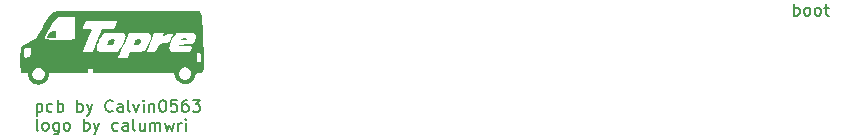
<source format=gbr>
%TF.GenerationSoftware,KiCad,Pcbnew,8.0.5*%
%TF.CreationDate,2024-09-10T11:52:54+02:00*%
%TF.ProjectId,plate,706c6174-652e-46b6-9963-61645f706362,rev?*%
%TF.SameCoordinates,Original*%
%TF.FileFunction,Legend,Top*%
%TF.FilePolarity,Positive*%
%FSLAX46Y46*%
G04 Gerber Fmt 4.6, Leading zero omitted, Abs format (unit mm)*
G04 Created by KiCad (PCBNEW 8.0.5) date 2024-09-10 11:52:54*
%MOMM*%
%LPD*%
G01*
G04 APERTURE LIST*
%ADD10C,0.200000*%
%ADD11C,0.150000*%
%ADD12C,0.000000*%
G04 APERTURE END LIST*
D10*
X117987530Y-94323469D02*
X117892292Y-94275850D01*
X117892292Y-94275850D02*
X117844673Y-94180611D01*
X117844673Y-94180611D02*
X117844673Y-93323469D01*
X118511340Y-94323469D02*
X118416102Y-94275850D01*
X118416102Y-94275850D02*
X118368483Y-94228230D01*
X118368483Y-94228230D02*
X118320864Y-94132992D01*
X118320864Y-94132992D02*
X118320864Y-93847278D01*
X118320864Y-93847278D02*
X118368483Y-93752040D01*
X118368483Y-93752040D02*
X118416102Y-93704421D01*
X118416102Y-93704421D02*
X118511340Y-93656802D01*
X118511340Y-93656802D02*
X118654197Y-93656802D01*
X118654197Y-93656802D02*
X118749435Y-93704421D01*
X118749435Y-93704421D02*
X118797054Y-93752040D01*
X118797054Y-93752040D02*
X118844673Y-93847278D01*
X118844673Y-93847278D02*
X118844673Y-94132992D01*
X118844673Y-94132992D02*
X118797054Y-94228230D01*
X118797054Y-94228230D02*
X118749435Y-94275850D01*
X118749435Y-94275850D02*
X118654197Y-94323469D01*
X118654197Y-94323469D02*
X118511340Y-94323469D01*
X119701816Y-93656802D02*
X119701816Y-94466326D01*
X119701816Y-94466326D02*
X119654197Y-94561564D01*
X119654197Y-94561564D02*
X119606578Y-94609183D01*
X119606578Y-94609183D02*
X119511340Y-94656802D01*
X119511340Y-94656802D02*
X119368483Y-94656802D01*
X119368483Y-94656802D02*
X119273245Y-94609183D01*
X119701816Y-94275850D02*
X119606578Y-94323469D01*
X119606578Y-94323469D02*
X119416102Y-94323469D01*
X119416102Y-94323469D02*
X119320864Y-94275850D01*
X119320864Y-94275850D02*
X119273245Y-94228230D01*
X119273245Y-94228230D02*
X119225626Y-94132992D01*
X119225626Y-94132992D02*
X119225626Y-93847278D01*
X119225626Y-93847278D02*
X119273245Y-93752040D01*
X119273245Y-93752040D02*
X119320864Y-93704421D01*
X119320864Y-93704421D02*
X119416102Y-93656802D01*
X119416102Y-93656802D02*
X119606578Y-93656802D01*
X119606578Y-93656802D02*
X119701816Y-93704421D01*
X120320864Y-94323469D02*
X120225626Y-94275850D01*
X120225626Y-94275850D02*
X120178007Y-94228230D01*
X120178007Y-94228230D02*
X120130388Y-94132992D01*
X120130388Y-94132992D02*
X120130388Y-93847278D01*
X120130388Y-93847278D02*
X120178007Y-93752040D01*
X120178007Y-93752040D02*
X120225626Y-93704421D01*
X120225626Y-93704421D02*
X120320864Y-93656802D01*
X120320864Y-93656802D02*
X120463721Y-93656802D01*
X120463721Y-93656802D02*
X120558959Y-93704421D01*
X120558959Y-93704421D02*
X120606578Y-93752040D01*
X120606578Y-93752040D02*
X120654197Y-93847278D01*
X120654197Y-93847278D02*
X120654197Y-94132992D01*
X120654197Y-94132992D02*
X120606578Y-94228230D01*
X120606578Y-94228230D02*
X120558959Y-94275850D01*
X120558959Y-94275850D02*
X120463721Y-94323469D01*
X120463721Y-94323469D02*
X120320864Y-94323469D01*
X121844674Y-94323469D02*
X121844674Y-93323469D01*
X121844674Y-93704421D02*
X121939912Y-93656802D01*
X121939912Y-93656802D02*
X122130388Y-93656802D01*
X122130388Y-93656802D02*
X122225626Y-93704421D01*
X122225626Y-93704421D02*
X122273245Y-93752040D01*
X122273245Y-93752040D02*
X122320864Y-93847278D01*
X122320864Y-93847278D02*
X122320864Y-94132992D01*
X122320864Y-94132992D02*
X122273245Y-94228230D01*
X122273245Y-94228230D02*
X122225626Y-94275850D01*
X122225626Y-94275850D02*
X122130388Y-94323469D01*
X122130388Y-94323469D02*
X121939912Y-94323469D01*
X121939912Y-94323469D02*
X121844674Y-94275850D01*
X122654198Y-93656802D02*
X122892293Y-94323469D01*
X123130388Y-93656802D02*
X122892293Y-94323469D01*
X122892293Y-94323469D02*
X122797055Y-94561564D01*
X122797055Y-94561564D02*
X122749436Y-94609183D01*
X122749436Y-94609183D02*
X122654198Y-94656802D01*
X124701817Y-94275850D02*
X124606579Y-94323469D01*
X124606579Y-94323469D02*
X124416103Y-94323469D01*
X124416103Y-94323469D02*
X124320865Y-94275850D01*
X124320865Y-94275850D02*
X124273246Y-94228230D01*
X124273246Y-94228230D02*
X124225627Y-94132992D01*
X124225627Y-94132992D02*
X124225627Y-93847278D01*
X124225627Y-93847278D02*
X124273246Y-93752040D01*
X124273246Y-93752040D02*
X124320865Y-93704421D01*
X124320865Y-93704421D02*
X124416103Y-93656802D01*
X124416103Y-93656802D02*
X124606579Y-93656802D01*
X124606579Y-93656802D02*
X124701817Y-93704421D01*
X125558960Y-94323469D02*
X125558960Y-93799659D01*
X125558960Y-93799659D02*
X125511341Y-93704421D01*
X125511341Y-93704421D02*
X125416103Y-93656802D01*
X125416103Y-93656802D02*
X125225627Y-93656802D01*
X125225627Y-93656802D02*
X125130389Y-93704421D01*
X125558960Y-94275850D02*
X125463722Y-94323469D01*
X125463722Y-94323469D02*
X125225627Y-94323469D01*
X125225627Y-94323469D02*
X125130389Y-94275850D01*
X125130389Y-94275850D02*
X125082770Y-94180611D01*
X125082770Y-94180611D02*
X125082770Y-94085373D01*
X125082770Y-94085373D02*
X125130389Y-93990135D01*
X125130389Y-93990135D02*
X125225627Y-93942516D01*
X125225627Y-93942516D02*
X125463722Y-93942516D01*
X125463722Y-93942516D02*
X125558960Y-93894897D01*
X126178008Y-94323469D02*
X126082770Y-94275850D01*
X126082770Y-94275850D02*
X126035151Y-94180611D01*
X126035151Y-94180611D02*
X126035151Y-93323469D01*
X126987532Y-93656802D02*
X126987532Y-94323469D01*
X126558961Y-93656802D02*
X126558961Y-94180611D01*
X126558961Y-94180611D02*
X126606580Y-94275850D01*
X126606580Y-94275850D02*
X126701818Y-94323469D01*
X126701818Y-94323469D02*
X126844675Y-94323469D01*
X126844675Y-94323469D02*
X126939913Y-94275850D01*
X126939913Y-94275850D02*
X126987532Y-94228230D01*
X127463723Y-94323469D02*
X127463723Y-93656802D01*
X127463723Y-93752040D02*
X127511342Y-93704421D01*
X127511342Y-93704421D02*
X127606580Y-93656802D01*
X127606580Y-93656802D02*
X127749437Y-93656802D01*
X127749437Y-93656802D02*
X127844675Y-93704421D01*
X127844675Y-93704421D02*
X127892294Y-93799659D01*
X127892294Y-93799659D02*
X127892294Y-94323469D01*
X127892294Y-93799659D02*
X127939913Y-93704421D01*
X127939913Y-93704421D02*
X128035151Y-93656802D01*
X128035151Y-93656802D02*
X128178008Y-93656802D01*
X128178008Y-93656802D02*
X128273247Y-93704421D01*
X128273247Y-93704421D02*
X128320866Y-93799659D01*
X128320866Y-93799659D02*
X128320866Y-94323469D01*
X128701818Y-93656802D02*
X128892294Y-94323469D01*
X128892294Y-94323469D02*
X129082770Y-93847278D01*
X129082770Y-93847278D02*
X129273246Y-94323469D01*
X129273246Y-94323469D02*
X129463722Y-93656802D01*
X129844675Y-94323469D02*
X129844675Y-93656802D01*
X129844675Y-93847278D02*
X129892294Y-93752040D01*
X129892294Y-93752040D02*
X129939913Y-93704421D01*
X129939913Y-93704421D02*
X130035151Y-93656802D01*
X130035151Y-93656802D02*
X130130389Y-93656802D01*
X130463723Y-94323469D02*
X130463723Y-93656802D01*
X130463723Y-93323469D02*
X130416104Y-93371088D01*
X130416104Y-93371088D02*
X130463723Y-93418707D01*
X130463723Y-93418707D02*
X130511342Y-93371088D01*
X130511342Y-93371088D02*
X130463723Y-93323469D01*
X130463723Y-93323469D02*
X130463723Y-93418707D01*
D11*
X181951488Y-84592319D02*
X181951488Y-83592319D01*
X181951488Y-83973271D02*
X182046726Y-83925652D01*
X182046726Y-83925652D02*
X182237202Y-83925652D01*
X182237202Y-83925652D02*
X182332440Y-83973271D01*
X182332440Y-83973271D02*
X182380059Y-84020890D01*
X182380059Y-84020890D02*
X182427678Y-84116128D01*
X182427678Y-84116128D02*
X182427678Y-84401842D01*
X182427678Y-84401842D02*
X182380059Y-84497080D01*
X182380059Y-84497080D02*
X182332440Y-84544700D01*
X182332440Y-84544700D02*
X182237202Y-84592319D01*
X182237202Y-84592319D02*
X182046726Y-84592319D01*
X182046726Y-84592319D02*
X181951488Y-84544700D01*
X182999107Y-84592319D02*
X182903869Y-84544700D01*
X182903869Y-84544700D02*
X182856250Y-84497080D01*
X182856250Y-84497080D02*
X182808631Y-84401842D01*
X182808631Y-84401842D02*
X182808631Y-84116128D01*
X182808631Y-84116128D02*
X182856250Y-84020890D01*
X182856250Y-84020890D02*
X182903869Y-83973271D01*
X182903869Y-83973271D02*
X182999107Y-83925652D01*
X182999107Y-83925652D02*
X183141964Y-83925652D01*
X183141964Y-83925652D02*
X183237202Y-83973271D01*
X183237202Y-83973271D02*
X183284821Y-84020890D01*
X183284821Y-84020890D02*
X183332440Y-84116128D01*
X183332440Y-84116128D02*
X183332440Y-84401842D01*
X183332440Y-84401842D02*
X183284821Y-84497080D01*
X183284821Y-84497080D02*
X183237202Y-84544700D01*
X183237202Y-84544700D02*
X183141964Y-84592319D01*
X183141964Y-84592319D02*
X182999107Y-84592319D01*
X183903869Y-84592319D02*
X183808631Y-84544700D01*
X183808631Y-84544700D02*
X183761012Y-84497080D01*
X183761012Y-84497080D02*
X183713393Y-84401842D01*
X183713393Y-84401842D02*
X183713393Y-84116128D01*
X183713393Y-84116128D02*
X183761012Y-84020890D01*
X183761012Y-84020890D02*
X183808631Y-83973271D01*
X183808631Y-83973271D02*
X183903869Y-83925652D01*
X183903869Y-83925652D02*
X184046726Y-83925652D01*
X184046726Y-83925652D02*
X184141964Y-83973271D01*
X184141964Y-83973271D02*
X184189583Y-84020890D01*
X184189583Y-84020890D02*
X184237202Y-84116128D01*
X184237202Y-84116128D02*
X184237202Y-84401842D01*
X184237202Y-84401842D02*
X184189583Y-84497080D01*
X184189583Y-84497080D02*
X184141964Y-84544700D01*
X184141964Y-84544700D02*
X184046726Y-84592319D01*
X184046726Y-84592319D02*
X183903869Y-84592319D01*
X184522917Y-83925652D02*
X184903869Y-83925652D01*
X184665774Y-83592319D02*
X184665774Y-84449461D01*
X184665774Y-84449461D02*
X184713393Y-84544700D01*
X184713393Y-84544700D02*
X184808631Y-84592319D01*
X184808631Y-84592319D02*
X184903869Y-84592319D01*
D10*
X117844673Y-92069302D02*
X117844673Y-93069302D01*
X117844673Y-92116921D02*
X117939911Y-92069302D01*
X117939911Y-92069302D02*
X118130387Y-92069302D01*
X118130387Y-92069302D02*
X118225625Y-92116921D01*
X118225625Y-92116921D02*
X118273244Y-92164540D01*
X118273244Y-92164540D02*
X118320863Y-92259778D01*
X118320863Y-92259778D02*
X118320863Y-92545492D01*
X118320863Y-92545492D02*
X118273244Y-92640730D01*
X118273244Y-92640730D02*
X118225625Y-92688350D01*
X118225625Y-92688350D02*
X118130387Y-92735969D01*
X118130387Y-92735969D02*
X117939911Y-92735969D01*
X117939911Y-92735969D02*
X117844673Y-92688350D01*
X119178006Y-92688350D02*
X119082768Y-92735969D01*
X119082768Y-92735969D02*
X118892292Y-92735969D01*
X118892292Y-92735969D02*
X118797054Y-92688350D01*
X118797054Y-92688350D02*
X118749435Y-92640730D01*
X118749435Y-92640730D02*
X118701816Y-92545492D01*
X118701816Y-92545492D02*
X118701816Y-92259778D01*
X118701816Y-92259778D02*
X118749435Y-92164540D01*
X118749435Y-92164540D02*
X118797054Y-92116921D01*
X118797054Y-92116921D02*
X118892292Y-92069302D01*
X118892292Y-92069302D02*
X119082768Y-92069302D01*
X119082768Y-92069302D02*
X119178006Y-92116921D01*
X119606578Y-92735969D02*
X119606578Y-91735969D01*
X119606578Y-92116921D02*
X119701816Y-92069302D01*
X119701816Y-92069302D02*
X119892292Y-92069302D01*
X119892292Y-92069302D02*
X119987530Y-92116921D01*
X119987530Y-92116921D02*
X120035149Y-92164540D01*
X120035149Y-92164540D02*
X120082768Y-92259778D01*
X120082768Y-92259778D02*
X120082768Y-92545492D01*
X120082768Y-92545492D02*
X120035149Y-92640730D01*
X120035149Y-92640730D02*
X119987530Y-92688350D01*
X119987530Y-92688350D02*
X119892292Y-92735969D01*
X119892292Y-92735969D02*
X119701816Y-92735969D01*
X119701816Y-92735969D02*
X119606578Y-92688350D01*
X121273245Y-92735969D02*
X121273245Y-91735969D01*
X121273245Y-92116921D02*
X121368483Y-92069302D01*
X121368483Y-92069302D02*
X121558959Y-92069302D01*
X121558959Y-92069302D02*
X121654197Y-92116921D01*
X121654197Y-92116921D02*
X121701816Y-92164540D01*
X121701816Y-92164540D02*
X121749435Y-92259778D01*
X121749435Y-92259778D02*
X121749435Y-92545492D01*
X121749435Y-92545492D02*
X121701816Y-92640730D01*
X121701816Y-92640730D02*
X121654197Y-92688350D01*
X121654197Y-92688350D02*
X121558959Y-92735969D01*
X121558959Y-92735969D02*
X121368483Y-92735969D01*
X121368483Y-92735969D02*
X121273245Y-92688350D01*
X122082769Y-92069302D02*
X122320864Y-92735969D01*
X122558959Y-92069302D02*
X122320864Y-92735969D01*
X122320864Y-92735969D02*
X122225626Y-92974064D01*
X122225626Y-92974064D02*
X122178007Y-93021683D01*
X122178007Y-93021683D02*
X122082769Y-93069302D01*
X124273245Y-92640730D02*
X124225626Y-92688350D01*
X124225626Y-92688350D02*
X124082769Y-92735969D01*
X124082769Y-92735969D02*
X123987531Y-92735969D01*
X123987531Y-92735969D02*
X123844674Y-92688350D01*
X123844674Y-92688350D02*
X123749436Y-92593111D01*
X123749436Y-92593111D02*
X123701817Y-92497873D01*
X123701817Y-92497873D02*
X123654198Y-92307397D01*
X123654198Y-92307397D02*
X123654198Y-92164540D01*
X123654198Y-92164540D02*
X123701817Y-91974064D01*
X123701817Y-91974064D02*
X123749436Y-91878826D01*
X123749436Y-91878826D02*
X123844674Y-91783588D01*
X123844674Y-91783588D02*
X123987531Y-91735969D01*
X123987531Y-91735969D02*
X124082769Y-91735969D01*
X124082769Y-91735969D02*
X124225626Y-91783588D01*
X124225626Y-91783588D02*
X124273245Y-91831207D01*
X125130388Y-92735969D02*
X125130388Y-92212159D01*
X125130388Y-92212159D02*
X125082769Y-92116921D01*
X125082769Y-92116921D02*
X124987531Y-92069302D01*
X124987531Y-92069302D02*
X124797055Y-92069302D01*
X124797055Y-92069302D02*
X124701817Y-92116921D01*
X125130388Y-92688350D02*
X125035150Y-92735969D01*
X125035150Y-92735969D02*
X124797055Y-92735969D01*
X124797055Y-92735969D02*
X124701817Y-92688350D01*
X124701817Y-92688350D02*
X124654198Y-92593111D01*
X124654198Y-92593111D02*
X124654198Y-92497873D01*
X124654198Y-92497873D02*
X124701817Y-92402635D01*
X124701817Y-92402635D02*
X124797055Y-92355016D01*
X124797055Y-92355016D02*
X125035150Y-92355016D01*
X125035150Y-92355016D02*
X125130388Y-92307397D01*
X125749436Y-92735969D02*
X125654198Y-92688350D01*
X125654198Y-92688350D02*
X125606579Y-92593111D01*
X125606579Y-92593111D02*
X125606579Y-91735969D01*
X126035151Y-92069302D02*
X126273246Y-92735969D01*
X126273246Y-92735969D02*
X126511341Y-92069302D01*
X126892294Y-92735969D02*
X126892294Y-92069302D01*
X126892294Y-91735969D02*
X126844675Y-91783588D01*
X126844675Y-91783588D02*
X126892294Y-91831207D01*
X126892294Y-91831207D02*
X126939913Y-91783588D01*
X126939913Y-91783588D02*
X126892294Y-91735969D01*
X126892294Y-91735969D02*
X126892294Y-91831207D01*
X127368484Y-92069302D02*
X127368484Y-92735969D01*
X127368484Y-92164540D02*
X127416103Y-92116921D01*
X127416103Y-92116921D02*
X127511341Y-92069302D01*
X127511341Y-92069302D02*
X127654198Y-92069302D01*
X127654198Y-92069302D02*
X127749436Y-92116921D01*
X127749436Y-92116921D02*
X127797055Y-92212159D01*
X127797055Y-92212159D02*
X127797055Y-92735969D01*
X128463722Y-91735969D02*
X128558960Y-91735969D01*
X128558960Y-91735969D02*
X128654198Y-91783588D01*
X128654198Y-91783588D02*
X128701817Y-91831207D01*
X128701817Y-91831207D02*
X128749436Y-91926445D01*
X128749436Y-91926445D02*
X128797055Y-92116921D01*
X128797055Y-92116921D02*
X128797055Y-92355016D01*
X128797055Y-92355016D02*
X128749436Y-92545492D01*
X128749436Y-92545492D02*
X128701817Y-92640730D01*
X128701817Y-92640730D02*
X128654198Y-92688350D01*
X128654198Y-92688350D02*
X128558960Y-92735969D01*
X128558960Y-92735969D02*
X128463722Y-92735969D01*
X128463722Y-92735969D02*
X128368484Y-92688350D01*
X128368484Y-92688350D02*
X128320865Y-92640730D01*
X128320865Y-92640730D02*
X128273246Y-92545492D01*
X128273246Y-92545492D02*
X128225627Y-92355016D01*
X128225627Y-92355016D02*
X128225627Y-92116921D01*
X128225627Y-92116921D02*
X128273246Y-91926445D01*
X128273246Y-91926445D02*
X128320865Y-91831207D01*
X128320865Y-91831207D02*
X128368484Y-91783588D01*
X128368484Y-91783588D02*
X128463722Y-91735969D01*
X129701817Y-91735969D02*
X129225627Y-91735969D01*
X129225627Y-91735969D02*
X129178008Y-92212159D01*
X129178008Y-92212159D02*
X129225627Y-92164540D01*
X129225627Y-92164540D02*
X129320865Y-92116921D01*
X129320865Y-92116921D02*
X129558960Y-92116921D01*
X129558960Y-92116921D02*
X129654198Y-92164540D01*
X129654198Y-92164540D02*
X129701817Y-92212159D01*
X129701817Y-92212159D02*
X129749436Y-92307397D01*
X129749436Y-92307397D02*
X129749436Y-92545492D01*
X129749436Y-92545492D02*
X129701817Y-92640730D01*
X129701817Y-92640730D02*
X129654198Y-92688350D01*
X129654198Y-92688350D02*
X129558960Y-92735969D01*
X129558960Y-92735969D02*
X129320865Y-92735969D01*
X129320865Y-92735969D02*
X129225627Y-92688350D01*
X129225627Y-92688350D02*
X129178008Y-92640730D01*
X130606579Y-91735969D02*
X130416103Y-91735969D01*
X130416103Y-91735969D02*
X130320865Y-91783588D01*
X130320865Y-91783588D02*
X130273246Y-91831207D01*
X130273246Y-91831207D02*
X130178008Y-91974064D01*
X130178008Y-91974064D02*
X130130389Y-92164540D01*
X130130389Y-92164540D02*
X130130389Y-92545492D01*
X130130389Y-92545492D02*
X130178008Y-92640730D01*
X130178008Y-92640730D02*
X130225627Y-92688350D01*
X130225627Y-92688350D02*
X130320865Y-92735969D01*
X130320865Y-92735969D02*
X130511341Y-92735969D01*
X130511341Y-92735969D02*
X130606579Y-92688350D01*
X130606579Y-92688350D02*
X130654198Y-92640730D01*
X130654198Y-92640730D02*
X130701817Y-92545492D01*
X130701817Y-92545492D02*
X130701817Y-92307397D01*
X130701817Y-92307397D02*
X130654198Y-92212159D01*
X130654198Y-92212159D02*
X130606579Y-92164540D01*
X130606579Y-92164540D02*
X130511341Y-92116921D01*
X130511341Y-92116921D02*
X130320865Y-92116921D01*
X130320865Y-92116921D02*
X130225627Y-92164540D01*
X130225627Y-92164540D02*
X130178008Y-92212159D01*
X130178008Y-92212159D02*
X130130389Y-92307397D01*
X131035151Y-91735969D02*
X131654198Y-91735969D01*
X131654198Y-91735969D02*
X131320865Y-92116921D01*
X131320865Y-92116921D02*
X131463722Y-92116921D01*
X131463722Y-92116921D02*
X131558960Y-92164540D01*
X131558960Y-92164540D02*
X131606579Y-92212159D01*
X131606579Y-92212159D02*
X131654198Y-92307397D01*
X131654198Y-92307397D02*
X131654198Y-92545492D01*
X131654198Y-92545492D02*
X131606579Y-92640730D01*
X131606579Y-92640730D02*
X131558960Y-92688350D01*
X131558960Y-92688350D02*
X131463722Y-92735969D01*
X131463722Y-92735969D02*
X131178008Y-92735969D01*
X131178008Y-92735969D02*
X131082770Y-92688350D01*
X131082770Y-92688350D02*
X131035151Y-92640730D01*
D12*
%TO.C,G\u002A\u002A\u002A*%
G36*
X130463209Y-86522348D02*
G01*
X130544190Y-86548802D01*
X130560081Y-86587032D01*
X130513033Y-86627121D01*
X130417191Y-86657346D01*
X130295857Y-86669798D01*
X130179407Y-86664489D01*
X130098218Y-86641433D01*
X130082236Y-86626948D01*
X130082945Y-86572478D01*
X130152105Y-86532969D01*
X130278768Y-86513585D01*
X130325000Y-86512465D01*
X130463209Y-86522348D01*
G37*
G36*
X119496682Y-86180718D02*
G01*
X119485000Y-86491207D01*
X119118158Y-86502684D01*
X118944136Y-86506693D01*
X118833798Y-86503623D01*
X118770940Y-86490660D01*
X118739361Y-86464989D01*
X118726097Y-86434576D01*
X118728606Y-86331516D01*
X118779630Y-86206178D01*
X118866222Y-86087575D01*
X118892368Y-86061962D01*
X119026219Y-85973832D01*
X119196058Y-85904686D01*
X119359036Y-85871188D01*
X119385397Y-85870229D01*
X119508365Y-85870229D01*
X119496682Y-86180718D01*
G37*
G36*
X124388067Y-86599845D02*
G01*
X124444263Y-86630234D01*
X124442919Y-86685939D01*
X124413924Y-86787837D01*
X124381698Y-86870613D01*
X124295148Y-87072122D01*
X124060074Y-87072122D01*
X123921121Y-87067033D01*
X123847496Y-87049428D01*
X123825034Y-87015800D01*
X123825000Y-87013912D01*
X123846212Y-86914811D01*
X123898607Y-86790246D01*
X123965325Y-86678822D01*
X123978933Y-86661475D01*
X124048602Y-86621641D01*
X124159919Y-86596755D01*
X124283027Y-86588822D01*
X124388067Y-86599845D01*
G37*
G36*
X126628067Y-86599845D02*
G01*
X126684263Y-86630234D01*
X126682919Y-86685939D01*
X126653924Y-86787837D01*
X126621698Y-86870613D01*
X126535148Y-87072122D01*
X126300074Y-87072122D01*
X126161121Y-87067033D01*
X126087496Y-87049428D01*
X126065034Y-87015800D01*
X126065000Y-87013912D01*
X126086212Y-86914811D01*
X126138607Y-86790246D01*
X126205325Y-86678822D01*
X126218933Y-86661475D01*
X126288602Y-86621641D01*
X126399919Y-86596755D01*
X126523027Y-86588822D01*
X126628067Y-86599845D01*
G37*
G36*
X127125963Y-84188375D02*
G01*
X127790931Y-84188524D01*
X128387282Y-84188860D01*
X128918811Y-84189429D01*
X129389313Y-84190275D01*
X129802582Y-84191443D01*
X130162412Y-84192978D01*
X130472598Y-84194927D01*
X130736934Y-84197332D01*
X130959216Y-84200241D01*
X131143237Y-84203697D01*
X131292791Y-84207745D01*
X131411674Y-84212431D01*
X131503680Y-84217800D01*
X131572603Y-84223897D01*
X131622238Y-84230767D01*
X131656379Y-84238455D01*
X131678821Y-84247005D01*
X131693359Y-84256464D01*
X131698456Y-84261151D01*
X131742872Y-84332258D01*
X131782730Y-84454087D01*
X131818308Y-84629990D01*
X131849886Y-84863318D01*
X131877743Y-85157424D01*
X131902158Y-85515659D01*
X131923411Y-85941376D01*
X131941780Y-86437925D01*
X131957544Y-87008658D01*
X131968012Y-87497032D01*
X131973704Y-87838266D01*
X131977450Y-88161298D01*
X131979251Y-88455606D01*
X131979109Y-88710664D01*
X131977025Y-88915948D01*
X131972999Y-89060934D01*
X131967840Y-89130363D01*
X131929027Y-89273244D01*
X131854156Y-89369212D01*
X131729275Y-89428850D01*
X131540437Y-89462746D01*
X131528098Y-89464055D01*
X131392863Y-89484217D01*
X131323232Y-89512723D01*
X131304776Y-89551622D01*
X131266418Y-89767860D01*
X131162342Y-89969099D01*
X131006765Y-90143581D01*
X130813902Y-90279547D01*
X130597972Y-90365239D01*
X130373189Y-90388898D01*
X130301525Y-90381417D01*
X130036632Y-90304044D01*
X129823455Y-90165613D01*
X129663124Y-89967141D01*
X129557418Y-89711993D01*
X129491883Y-89475907D01*
X126082354Y-89475907D01*
X122672826Y-89475907D01*
X122669061Y-89465090D01*
X129888509Y-89465090D01*
X129909437Y-89647654D01*
X129980850Y-89790794D01*
X130125661Y-89936800D01*
X130296190Y-90015465D01*
X130477866Y-90023200D01*
X130655365Y-89956881D01*
X130813133Y-89822215D01*
X130909157Y-89656809D01*
X130938179Y-89476173D01*
X130894942Y-89295814D01*
X130885799Y-89277140D01*
X130764028Y-89114723D01*
X130605273Y-89010361D01*
X130426140Y-88970442D01*
X130243235Y-89001356D01*
X130208101Y-89016393D01*
X130042743Y-89132754D01*
X129934578Y-89287888D01*
X129888509Y-89465090D01*
X122669061Y-89465090D01*
X122628913Y-89349739D01*
X122597800Y-89237751D01*
X122585000Y-89147229D01*
X122574391Y-89101369D01*
X122529268Y-89081556D01*
X122429688Y-89081060D01*
X122395000Y-89083097D01*
X122280065Y-89093859D01*
X122222373Y-89118046D01*
X122199245Y-89172647D01*
X122191731Y-89235368D01*
X122171333Y-89344814D01*
X122139628Y-89422022D01*
X122136834Y-89425667D01*
X122107746Y-89438966D01*
X122040592Y-89449889D01*
X121929373Y-89458622D01*
X121768086Y-89465349D01*
X121550732Y-89470256D01*
X121271310Y-89473528D01*
X120923820Y-89475350D01*
X120508105Y-89475907D01*
X118921006Y-89475907D01*
X118872896Y-89709199D01*
X118787133Y-89950333D01*
X118645349Y-90150681D01*
X118460405Y-90303441D01*
X118245160Y-90401811D01*
X118012478Y-90438990D01*
X117775217Y-90408175D01*
X117645000Y-90358613D01*
X117530170Y-90298484D01*
X117438446Y-90242247D01*
X117420137Y-90228634D01*
X117299104Y-90093587D01*
X117196127Y-89914044D01*
X117130365Y-89725624D01*
X117120638Y-89671801D01*
X117098409Y-89503963D01*
X117472793Y-89503963D01*
X117482281Y-89660666D01*
X117535000Y-89787785D01*
X117664050Y-89949403D01*
X117838434Y-90047776D01*
X118019705Y-90076589D01*
X118135922Y-90067510D01*
X118226239Y-90029284D01*
X118324714Y-89946070D01*
X118346388Y-89924637D01*
X118479263Y-89752380D01*
X118532949Y-89579237D01*
X118508210Y-89401659D01*
X118475409Y-89326422D01*
X118354652Y-89167220D01*
X118199423Y-89068054D01*
X118026197Y-89028846D01*
X117851445Y-89049518D01*
X117691641Y-89129990D01*
X117563257Y-89270185D01*
X117529931Y-89330936D01*
X117472793Y-89503963D01*
X117098409Y-89503963D01*
X117094693Y-89475907D01*
X116897217Y-89475907D01*
X116725610Y-89464033D01*
X116612115Y-89420974D01*
X116537382Y-89335575D01*
X116498203Y-89245852D01*
X116477841Y-89143903D01*
X116462545Y-88977982D01*
X116452482Y-88764091D01*
X116447817Y-88518233D01*
X116448718Y-88256411D01*
X116451317Y-88153825D01*
X124747286Y-88153825D01*
X125140680Y-88153825D01*
X125534074Y-88153825D01*
X125609493Y-87985505D01*
X131407123Y-87985505D01*
X131407593Y-88055199D01*
X131418878Y-88263849D01*
X131451169Y-88402971D01*
X131508989Y-88481446D01*
X131596864Y-88508154D01*
X131637657Y-88506717D01*
X131765000Y-88494361D01*
X131765000Y-88138160D01*
X131758968Y-87934789D01*
X131737150Y-87801830D01*
X131693956Y-87730223D01*
X131623799Y-87710907D01*
X131521090Y-87734821D01*
X131517110Y-87736232D01*
X131458347Y-87761510D01*
X131425042Y-87798046D01*
X131410274Y-87865992D01*
X131407123Y-87985505D01*
X125609493Y-87985505D01*
X125641780Y-87913447D01*
X125749486Y-87673068D01*
X126197243Y-87672845D01*
X126463974Y-87667853D01*
X126665434Y-87651027D01*
X126772485Y-87628334D01*
X127151507Y-87628334D01*
X127167561Y-87652777D01*
X127219714Y-87666176D01*
X127322045Y-87671836D01*
X127488629Y-87673062D01*
X127513249Y-87673068D01*
X127890829Y-87673068D01*
X128023049Y-87390817D01*
X128042369Y-87354835D01*
X129051666Y-87354835D01*
X129086091Y-87490665D01*
X129175417Y-87597572D01*
X129279177Y-87645779D01*
X129345845Y-87651091D01*
X129477796Y-87655171D01*
X129660315Y-87657795D01*
X129878690Y-87658739D01*
X130084501Y-87658032D01*
X130804002Y-87653036D01*
X130892140Y-87472753D01*
X130950126Y-87351732D01*
X130980779Y-87265791D01*
X130975289Y-87208928D01*
X130924848Y-87175143D01*
X130820647Y-87158435D01*
X130653878Y-87152804D01*
X130421666Y-87152248D01*
X130189241Y-87150594D01*
X130027675Y-87145079D01*
X129927884Y-87134871D01*
X129880782Y-87119137D01*
X129874880Y-87102169D01*
X129913365Y-87077957D01*
X130014903Y-87058579D01*
X130185264Y-87043280D01*
X130410257Y-87032059D01*
X130659681Y-87019348D01*
X130843467Y-86999307D01*
X130975969Y-86965828D01*
X131071540Y-86912805D01*
X131144533Y-86834129D01*
X131209302Y-86723694D01*
X131229213Y-86683583D01*
X131303826Y-86480606D01*
X131321217Y-86304522D01*
X131281377Y-86166502D01*
X131229659Y-86106330D01*
X131186746Y-86077749D01*
X131130900Y-86057319D01*
X131049019Y-86043709D01*
X130927998Y-86035589D01*
X130754736Y-86031627D01*
X130516128Y-86030491D01*
X130483172Y-86030481D01*
X130212225Y-86031882D01*
X130008113Y-86037680D01*
X129857700Y-86050272D01*
X129747847Y-86072052D01*
X129665414Y-86105416D01*
X129597264Y-86152759D01*
X129544984Y-86201519D01*
X129486550Y-86283232D01*
X129411108Y-86421022D01*
X129326723Y-86596027D01*
X129241464Y-86789386D01*
X129163399Y-86982239D01*
X129100594Y-87155725D01*
X129061118Y-87290983D01*
X129051666Y-87354835D01*
X128042369Y-87354835D01*
X128112087Y-87224994D01*
X128211026Y-87102658D01*
X128336323Y-87012849D01*
X128504442Y-86944607D01*
X128731843Y-86886972D01*
X128801263Y-86872660D01*
X129117526Y-86809456D01*
X129251263Y-86491001D01*
X129311838Y-86343227D01*
X129358108Y-86223630D01*
X129382793Y-86151302D01*
X129385000Y-86140197D01*
X129349897Y-86122270D01*
X129257267Y-86124412D01*
X129126121Y-86143388D01*
X128975473Y-86175963D01*
X128824338Y-86218903D01*
X128735000Y-86250777D01*
X128599829Y-86299597D01*
X128528646Y-86308609D01*
X128513461Y-86272989D01*
X128546289Y-86187910D01*
X128566027Y-86148681D01*
X128627054Y-86030481D01*
X128216027Y-86031232D01*
X127805000Y-86031983D01*
X127492142Y-86768999D01*
X127394885Y-86999679D01*
X127307713Y-87209394D01*
X127235825Y-87385401D01*
X127184417Y-87514959D01*
X127158686Y-87585327D01*
X127157477Y-87589542D01*
X127151507Y-87628334D01*
X126772485Y-87628334D01*
X126815885Y-87619134D01*
X126929594Y-87568939D01*
X127020826Y-87497211D01*
X127034765Y-87483022D01*
X127092252Y-87401487D01*
X127167558Y-87265361D01*
X127252668Y-87092823D01*
X127339569Y-86902053D01*
X127420246Y-86711228D01*
X127486687Y-86538529D01*
X127530877Y-86402135D01*
X127545000Y-86325580D01*
X127517424Y-86229973D01*
X127450597Y-86132708D01*
X127446019Y-86128018D01*
X127347039Y-86028882D01*
X126498057Y-86039697D01*
X125649075Y-86050513D01*
X125297085Y-86871806D01*
X125187856Y-87126650D01*
X125082959Y-87371353D01*
X124988704Y-87591197D01*
X124911401Y-87771466D01*
X124857359Y-87897443D01*
X124846191Y-87923462D01*
X124747286Y-88153825D01*
X116451317Y-88153825D01*
X116455349Y-87994628D01*
X116467879Y-87748888D01*
X116476647Y-87640835D01*
X116738615Y-87640835D01*
X116740134Y-87796131D01*
X116753699Y-87941181D01*
X116779115Y-88053654D01*
X116815000Y-88110553D01*
X116954970Y-88150289D01*
X117098702Y-88111215D01*
X117160404Y-88070161D01*
X117256330Y-87973124D01*
X117325799Y-87871836D01*
X117364716Y-87754356D01*
X117382337Y-87613142D01*
X117378000Y-87478308D01*
X117351047Y-87379966D01*
X117337000Y-87360576D01*
X117271621Y-87334425D01*
X117156039Y-87317926D01*
X117019619Y-87312401D01*
X116891723Y-87319166D01*
X116808271Y-87336818D01*
X116772489Y-87388845D01*
X116749335Y-87497629D01*
X116738615Y-87640835D01*
X116476647Y-87640835D01*
X116480977Y-87587471D01*
X116506094Y-87413211D01*
X116550342Y-87277001D01*
X116625113Y-87166655D01*
X116741800Y-87069989D01*
X116911796Y-86974815D01*
X117146493Y-86868951D01*
X117156898Y-86864529D01*
X117373323Y-86765880D01*
X117551750Y-86665041D01*
X117703505Y-86550203D01*
X117747909Y-86504419D01*
X118553271Y-86504419D01*
X118593056Y-86572714D01*
X118615000Y-86588156D01*
X118676784Y-86601336D01*
X118804663Y-86612148D01*
X118986347Y-86620616D01*
X119209542Y-86626763D01*
X119461957Y-86630613D01*
X119731299Y-86632191D01*
X120005277Y-86631522D01*
X120271598Y-86628628D01*
X120517971Y-86623535D01*
X120732103Y-86616266D01*
X120901703Y-86606847D01*
X121014478Y-86595300D01*
X121057000Y-86583352D01*
X121073650Y-86527396D01*
X121087023Y-86405725D01*
X121097120Y-86232685D01*
X121103939Y-86022620D01*
X121107482Y-85789875D01*
X121107569Y-85710639D01*
X121705000Y-85710639D01*
X121742947Y-85728211D01*
X121848721Y-85741284D01*
X122010220Y-85748735D01*
X122129279Y-85750040D01*
X122325499Y-85752310D01*
X122451714Y-85759941D01*
X122517815Y-85774161D01*
X122533691Y-85796197D01*
X122532409Y-85800118D01*
X122510878Y-85849653D01*
X122461858Y-85961662D01*
X122390110Y-86125293D01*
X122300394Y-86329691D01*
X122197471Y-86564005D01*
X122128129Y-86721782D01*
X122020417Y-86968432D01*
X121924412Y-87191362D01*
X121844598Y-87379909D01*
X121785458Y-87523407D01*
X121751476Y-87611191D01*
X121745000Y-87633218D01*
X121783031Y-87651426D01*
X121889428Y-87664733D01*
X122052648Y-87672024D01*
X122157581Y-87673068D01*
X122570163Y-87673068D01*
X122696381Y-87382267D01*
X122906879Y-87382267D01*
X122926894Y-87486176D01*
X122986855Y-87562003D01*
X123080986Y-87617505D01*
X123150682Y-87638837D01*
X123256325Y-87653542D01*
X123408597Y-87662191D01*
X123618177Y-87665358D01*
X123895745Y-87663614D01*
X123932181Y-87663129D01*
X124194208Y-87658758D01*
X124388846Y-87653058D01*
X124528710Y-87644661D01*
X124626412Y-87632198D01*
X124694564Y-87614301D01*
X124745779Y-87589601D01*
X124772181Y-87571987D01*
X124841133Y-87497166D01*
X124929698Y-87364824D01*
X125028757Y-87192217D01*
X125129191Y-86996603D01*
X125221881Y-86795240D01*
X125297708Y-86605386D01*
X125324245Y-86527211D01*
X125360684Y-86339399D01*
X125334801Y-86198669D01*
X125245275Y-86100264D01*
X125198707Y-86074962D01*
X125119156Y-86057925D01*
X124968517Y-86044603D01*
X124755637Y-86035472D01*
X124489361Y-86031006D01*
X124373117Y-86030631D01*
X124072743Y-86031431D01*
X123839818Y-86038690D01*
X123661796Y-86059906D01*
X123526132Y-86102578D01*
X123420283Y-86174203D01*
X123331702Y-86282278D01*
X123247846Y-86434303D01*
X123156169Y-86637775D01*
X123087303Y-86799151D01*
X122987004Y-87049043D01*
X122926889Y-87239985D01*
X122906879Y-87382267D01*
X122696381Y-87382267D01*
X122987006Y-86712680D01*
X123403848Y-85752293D01*
X123897061Y-85741150D01*
X124390274Y-85730008D01*
X124527637Y-85417893D01*
X124589980Y-85274220D01*
X124637547Y-85160758D01*
X124662811Y-85095617D01*
X124665000Y-85087373D01*
X124626547Y-85082986D01*
X124517377Y-85078974D01*
X124346774Y-85075464D01*
X124124019Y-85072585D01*
X123858396Y-85070465D01*
X123559187Y-85069233D01*
X123333771Y-85068967D01*
X122002542Y-85068967D01*
X121853771Y-85370103D01*
X121785404Y-85512922D01*
X121733607Y-85629574D01*
X121706873Y-85700612D01*
X121705000Y-85710639D01*
X121107569Y-85710639D01*
X121107747Y-85548795D01*
X121104736Y-85313723D01*
X121098448Y-85099006D01*
X121088883Y-84918987D01*
X121076041Y-84788012D01*
X121059922Y-84720425D01*
X121056999Y-84716412D01*
X120998159Y-84697057D01*
X120876522Y-84682601D01*
X120709143Y-84673088D01*
X120513079Y-84668558D01*
X120305386Y-84669055D01*
X120103119Y-84674620D01*
X119923334Y-84685296D01*
X119783087Y-84701125D01*
X119725000Y-84713117D01*
X119590339Y-84776887D01*
X119445877Y-84898254D01*
X119288752Y-85080962D01*
X119116103Y-85328755D01*
X118925066Y-85645375D01*
X118712779Y-86034566D01*
X118708672Y-86042400D01*
X118609588Y-86247949D01*
X118558284Y-86399060D01*
X118553271Y-86504419D01*
X117747909Y-86504419D01*
X117839915Y-86409555D01*
X117972305Y-86231289D01*
X118112002Y-86003595D01*
X118270333Y-85714662D01*
X118283406Y-85689945D01*
X118474192Y-85335390D01*
X118638824Y-85046282D01*
X118783283Y-84814691D01*
X118913554Y-84632688D01*
X119035618Y-84492343D01*
X119155460Y-84385727D01*
X119279062Y-84304910D01*
X119358541Y-84265038D01*
X119383002Y-84254858D01*
X119412017Y-84245632D01*
X119449445Y-84237312D01*
X119499142Y-84229852D01*
X119564965Y-84223203D01*
X119650772Y-84217318D01*
X119760421Y-84212149D01*
X119897768Y-84207649D01*
X120066670Y-84203771D01*
X120270986Y-84200466D01*
X120514572Y-84197688D01*
X120801286Y-84195389D01*
X121134985Y-84193522D01*
X121519526Y-84192038D01*
X121958766Y-84190890D01*
X122456563Y-84190031D01*
X123016775Y-84189414D01*
X123643258Y-84188990D01*
X124339869Y-84188712D01*
X125110467Y-84188533D01*
X125575000Y-84188459D01*
X126388584Y-84188368D01*
X127125963Y-84188375D01*
G37*
%TD*%
M02*

</source>
